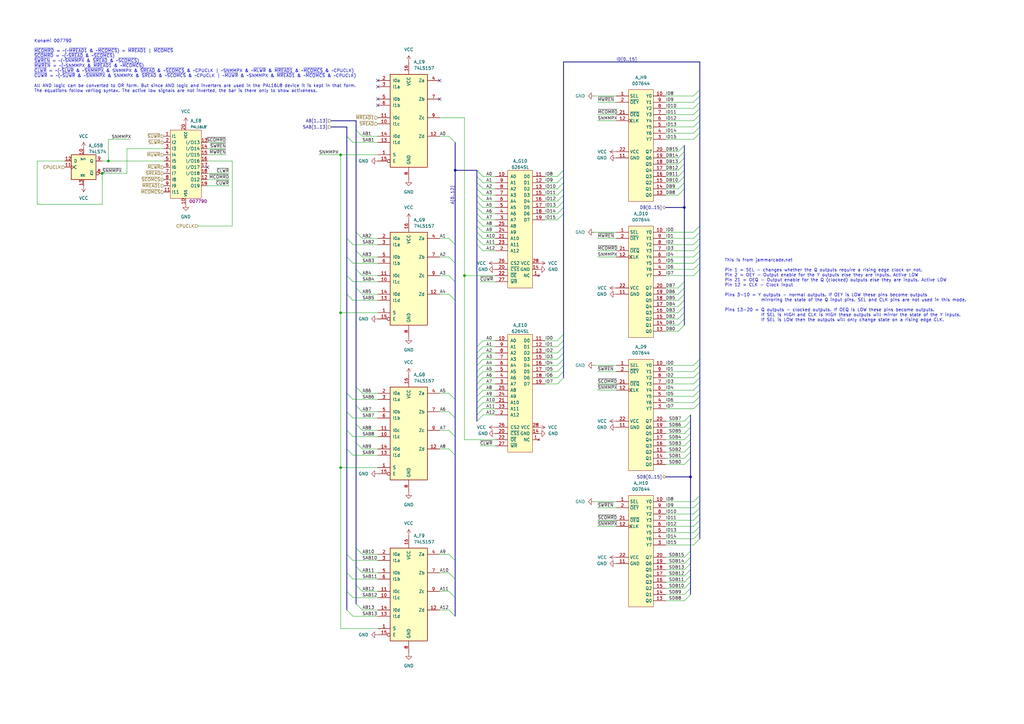
<source format=kicad_sch>
(kicad_sch (version 20231120) (generator "eeschema") (generator_version "8.0")
  (paper "A3")
  (title_block (title "Twin 16") (date "2024-09-08") (company "Konami GX687 / GX785") (comment 1 "Ulf Skutnabba, twitter: @skutis77"))
  (junction (at 139.7 128.27))
  (junction (at 280.67 85.09))
  (junction (at 139.7 63.5))
  (junction (at 283.21 195.58))
  (junction (at 41.91 71.12))
  (junction (at 139.7 191.77))
  (junction (at 44.45 66.04))
  (junction (at 186.69 69.85))
  (junction (at 190.5 113.03))
  (no_connect (at 85.09 68.58))
  (no_connect (at 180.34 33.02))
  (no_connect (at 180.34 40.64))
  (no_connect (at 154.94 33.02))
  (no_connect (at 154.94 43.18))
  (no_connect (at 154.94 40.64))
  (no_connect (at 154.94 35.56))
  (bus_entry (at 228.6 87.63) (size 2.54 -2.54))
  (bus_entry (at 284.48 46.99) (size 2.54 -2.54))
  (bus_entry (at 195.58 160.02) (size 2.54 -2.54))
  (bus_entry (at 184.15 250.19) (size 2.54 2.54))
  (bus_entry (at 195.58 87.63) (size 2.54 2.54))
  (bus_entry (at 278.13 123.19) (size 2.54 -2.54))
  (bus_entry (at 184.15 161.29) (size 2.54 2.54))
  (bus_entry (at 195.58 162.56) (size 2.54 -2.54))
  (bus_entry (at 284.48 152.4) (size 2.54 -2.54))
  (bus_entry (at 284.48 39.37) (size 2.54 -2.54))
  (bus_entry (at 195.58 92.71) (size 2.54 2.54))
  (bus_entry (at 280.67 175.26) (size 2.54 -2.54))
  (bus_entry (at 146.05 158.75) (size 2.54 2.54))
  (bus_entry (at 184.15 120.65) (size 2.54 2.54))
  (bus_entry (at 195.58 95.25) (size 2.54 2.54))
  (bus_entry (at 280.67 231.14) (size 2.54 -2.54))
  (bus_entry (at 142.24 184.15) (size 2.54 2.54))
  (bus_entry (at 228.6 154.94) (size 2.54 -2.54))
  (bus_entry (at 278.13 135.89) (size 2.54 -2.54))
  (bus_entry (at 280.67 228.6) (size 2.54 -2.54))
  (bus_entry (at 195.58 152.4) (size 2.54 -2.54))
  (bus_entry (at 284.48 52.07) (size 2.54 -2.54))
  (bus_entry (at 284.48 218.44) (size 2.54 -2.54))
  (bus_entry (at 184.15 168.91) (size 2.54 2.54))
  (bus_entry (at 280.67 185.42) (size 2.54 -2.54))
  (bus_entry (at 228.6 149.86) (size 2.54 -2.54))
  (bus_entry (at 280.67 236.22) (size 2.54 -2.54))
  (bus_entry (at 184.15 55.88) (size 2.54 2.54))
  (bus_entry (at 142.24 227.33) (size 2.54 2.54))
  (bus_entry (at 146.05 232.41) (size 2.54 2.54))
  (bus_entry (at 284.48 223.52) (size 2.54 -2.54))
  (bus_entry (at 284.48 113.03) (size 2.54 -2.54))
  (bus_entry (at 284.48 210.82) (size 2.54 -2.54))
  (bus_entry (at 284.48 162.56) (size 2.54 -2.54))
  (bus_entry (at 195.58 157.48) (size 2.54 -2.54))
  (bus_entry (at 280.67 233.68) (size 2.54 -2.54))
  (bus_entry (at 195.58 74.93) (size 2.54 2.54))
  (bus_entry (at 228.6 157.48) (size 2.54 -2.54))
  (bus_entry (at 184.15 227.33) (size 2.54 2.54))
  (bus_entry (at 195.58 80.01) (size 2.54 2.54))
  (bus_entry (at 278.13 64.77) (size 2.54 -2.54))
  (bus_entry (at 280.67 243.84) (size 2.54 -2.54))
  (bus_entry (at 195.58 90.17) (size 2.54 2.54))
  (bus_entry (at 278.13 62.23) (size 2.54 -2.54))
  (bus_entry (at 280.67 182.88) (size 2.54 -2.54))
  (bus_entry (at 184.15 184.15) (size 2.54 2.54))
  (bus_entry (at 284.48 97.79) (size 2.54 -2.54))
  (bus_entry (at 142.24 176.53) (size 2.54 2.54))
  (bus_entry (at 284.48 95.25) (size 2.54 -2.54))
  (bus_entry (at 195.58 154.94) (size 2.54 -2.54))
  (bus_entry (at 284.48 44.45) (size 2.54 -2.54))
  (bus_entry (at 278.13 77.47) (size 2.54 -2.54))
  (bus_entry (at 146.05 118.11) (size 2.54 2.54))
  (bus_entry (at 278.13 69.85) (size 2.54 -2.54))
  (bus_entry (at 284.48 107.95) (size 2.54 -2.54))
  (bus_entry (at 280.67 180.34) (size 2.54 -2.54))
  (bus_entry (at 142.24 234.95) (size 2.54 2.54))
  (bus_entry (at 284.48 160.02) (size 2.54 -2.54))
  (bus_entry (at 184.15 242.57) (size 2.54 2.54))
  (bus_entry (at 284.48 167.64) (size 2.54 -2.54))
  (bus_entry (at 228.6 80.01) (size 2.54 -2.54))
  (bus_entry (at 284.48 57.15) (size 2.54 -2.54))
  (bus_entry (at 195.58 147.32) (size 2.54 -2.54))
  (bus_entry (at 278.13 130.81) (size 2.54 -2.54))
  (bus_entry (at 184.15 113.03) (size 2.54 2.54))
  (bus_entry (at 284.48 54.61) (size 2.54 -2.54))
  (bus_entry (at 195.58 170.18) (size 2.54 -2.54))
  (bus_entry (at 284.48 41.91) (size 2.54 -2.54))
  (bus_entry (at 142.24 161.29) (size 2.54 2.54))
  (bus_entry (at 228.6 144.78) (size 2.54 -2.54))
  (bus_entry (at 146.05 95.25) (size 2.54 2.54))
  (bus_entry (at 146.05 240.03) (size 2.54 2.54))
  (bus_entry (at 284.48 110.49) (size 2.54 -2.54))
  (bus_entry (at 195.58 172.72) (size 2.54 -2.54))
  (bus_entry (at 280.67 177.8) (size 2.54 -2.54))
  (bus_entry (at 280.67 190.5) (size 2.54 -2.54))
  (bus_entry (at 184.15 105.41) (size 2.54 2.54))
  (bus_entry (at 228.6 139.7) (size 2.54 -2.54))
  (bus_entry (at 228.6 74.93) (size 2.54 -2.54))
  (bus_entry (at 146.05 173.99) (size 2.54 2.54))
  (bus_entry (at 284.48 149.86) (size 2.54 -2.54))
  (bus_entry (at 284.48 157.48) (size 2.54 -2.54))
  (bus_entry (at 146.05 224.79) (size 2.54 2.54))
  (bus_entry (at 284.48 105.41) (size 2.54 -2.54))
  (bus_entry (at 284.48 205.74) (size 2.54 -2.54))
  (bus_entry (at 284.48 102.87) (size 2.54 -2.54))
  (bus_entry (at 184.15 176.53) (size 2.54 2.54))
  (bus_entry (at 142.24 55.88) (size 2.54 2.54))
  (bus_entry (at 146.05 53.34) (size 2.54 2.54))
  (bus_entry (at 228.6 77.47) (size 2.54 -2.54))
  (bus_entry (at 278.13 120.65) (size 2.54 -2.54))
  (bus_entry (at 228.6 147.32) (size 2.54 -2.54))
  (bus_entry (at 278.13 80.01) (size 2.54 -2.54))
  (bus_entry (at 280.67 241.3) (size 2.54 -2.54))
  (bus_entry (at 280.67 246.38) (size 2.54 -2.54))
  (bus_entry (at 278.13 118.11) (size 2.54 -2.54))
  (bus_entry (at 228.6 142.24) (size 2.54 -2.54))
  (bus_entry (at 284.48 154.94) (size 2.54 -2.54))
  (bus_entry (at 228.6 82.55) (size 2.54 -2.54))
  (bus_entry (at 284.48 165.1) (size 2.54 -2.54))
  (bus_entry (at 184.15 97.79) (size 2.54 2.54))
  (bus_entry (at 142.24 97.79) (size 2.54 2.54))
  (bus_entry (at 280.67 238.76) (size 2.54 -2.54))
  (bus_entry (at 146.05 181.61) (size 2.54 2.54))
  (bus_entry (at 184.15 234.95) (size 2.54 2.54))
  (bus_entry (at 195.58 85.09) (size 2.54 2.54))
  (bus_entry (at 195.58 165.1) (size 2.54 -2.54))
  (bus_entry (at 195.58 72.39) (size 2.54 2.54))
  (bus_entry (at 278.13 125.73) (size 2.54 -2.54))
  (bus_entry (at 278.13 128.27) (size 2.54 -2.54))
  (bus_entry (at 142.24 242.57) (size 2.54 2.54))
  (bus_entry (at 284.48 208.28) (size 2.54 -2.54))
  (bus_entry (at 228.6 72.39) (size 2.54 -2.54))
  (bus_entry (at 278.13 72.39) (size 2.54 -2.54))
  (bus_entry (at 142.24 250.19) (size 2.54 2.54))
  (bus_entry (at 195.58 97.79) (size 2.54 2.54))
  (bus_entry (at 195.58 77.47) (size 2.54 2.54))
  (bus_entry (at 278.13 133.35) (size 2.54 -2.54))
  (bus_entry (at 195.58 149.86) (size 2.54 -2.54))
  (bus_entry (at 195.58 144.78) (size 2.54 -2.54))
  (bus_entry (at 195.58 142.24) (size 2.54 -2.54))
  (bus_entry (at 278.13 67.31) (size 2.54 -2.54))
  (bus_entry (at 228.6 90.17) (size 2.54 -2.54))
  (bus_entry (at 195.58 82.55) (size 2.54 2.54))
  (bus_entry (at 146.05 247.65) (size 2.54 2.54))
  (bus_entry (at 284.48 220.98) (size 2.54 -2.54))
  (bus_entry (at 195.58 100.33) (size 2.54 2.54))
  (bus_entry (at 228.6 152.4) (size 2.54 -2.54))
  (bus_entry (at 284.48 100.33) (size 2.54 -2.54))
  (bus_entry (at 146.05 102.87) (size 2.54 2.54))
  (bus_entry (at 142.24 113.03) (size 2.54 2.54))
  (bus_entry (at 142.24 120.65) (size 2.54 2.54))
  (bus_entry (at 278.13 74.93) (size 2.54 -2.54))
  (bus_entry (at 280.67 187.96) (size 2.54 -2.54))
  (bus_entry (at 195.58 167.64) (size 2.54 -2.54))
  (bus_entry (at 195.58 69.85) (size 2.54 2.54))
  (bus_entry (at 284.48 215.9) (size 2.54 -2.54))
  (bus_entry (at 146.05 110.49) (size 2.54 2.54))
  (bus_entry (at 284.48 49.53) (size 2.54 -2.54))
  (bus_entry (at 142.24 168.91) (size 2.54 2.54))
  (bus_entry (at 142.24 105.41) (size 2.54 2.54))
  (bus_entry (at 228.6 85.09) (size 2.54 -2.54))
  (bus_entry (at 284.48 213.36) (size 2.54 -2.54))
  (bus_entry (at 146.05 166.37) (size 2.54 2.54))
  (bus_entry (at 280.67 172.72) (size 2.54 -2.54))
  (wire (pts (xy 273.05 52.07) (xy 284.48 52.07)))
  (bus (pts (xy 280.67 77.47) (xy 280.67 85.09)))
  (bus (pts (xy 280.67 74.93) (xy 280.67 77.47)))
  (bus (pts (xy 146.05 181.61) (xy 146.05 224.79)))
  (wire (pts (xy 139.7 128.27) (xy 154.94 128.27)))
  (wire (pts (xy 273.05 187.96) (xy 280.67 187.96)))
  (wire (pts (xy 273.05 100.33) (xy 284.48 100.33)))
  (wire (pts (xy 180.34 168.91) (xy 184.15 168.91)))
  (bus (pts (xy 195.58 82.55) (xy 195.58 80.01)))
  (wire (pts (xy 273.05 215.9) (xy 284.48 215.9)))
  (wire (pts (xy 15.24 66.04) (xy 26.67 66.04)))
  (bus (pts (xy 287.02 46.99) (xy 287.02 49.53)))
  (wire (pts (xy 85.09 63.5) (xy 92.71 63.5)))
  (bus (pts (xy 273.05 85.09) (xy 280.67 85.09)))
  (wire (pts (xy 41.91 83.82) (xy 15.24 83.82)))
  (bus (pts (xy 195.58 152.4) (xy 195.58 149.86)))
  (bus (pts (xy 195.58 100.33) (xy 195.58 142.24)))
  (wire (pts (xy 273.05 175.26) (xy 280.67 175.26)))
  (wire (pts (xy 273.05 46.99) (xy 284.48 46.99)))
  (wire (pts (xy 245.11 157.48) (xy 252.73 157.48)))
  (wire (pts (xy 196.85 115.57) (xy 203.2 115.57)))
  (wire (pts (xy 223.52 142.24) (xy 228.6 142.24)))
  (wire (pts (xy 223.52 144.78) (xy 228.6 144.78)))
  (bus (pts (xy 195.58 147.32) (xy 195.58 144.78)))
  (bus (pts (xy 146.05 158.75) (xy 146.05 166.37)))
  (bus (pts (xy 287.02 203.2) (xy 287.02 205.74)))
  (wire (pts (xy 198.12 139.7) (xy 203.2 139.7)))
  (bus (pts (xy 280.67 85.09) (xy 280.67 115.57)))
  (wire (pts (xy 273.05 233.68) (xy 280.67 233.68)))
  (wire (pts (xy 273.05 162.56) (xy 284.48 162.56)))
  (wire (pts (xy 144.78 179.07) (xy 154.94 179.07)))
  (bus (pts (xy 146.05 110.49) (xy 146.05 118.11)))
  (wire (pts (xy 273.05 246.38) (xy 280.67 246.38)))
  (bus (pts (xy 283.21 238.76) (xy 283.21 241.3)))
  (wire (pts (xy 245.11 160.02) (xy 252.73 160.02)))
  (wire (pts (xy 273.05 241.3) (xy 280.67 241.3)))
  (wire (pts (xy 41.91 66.04) (xy 44.45 66.04)))
  (wire (pts (xy 273.05 74.93) (xy 278.13 74.93)))
  (wire (pts (xy 273.05 69.85) (xy 278.13 69.85)))
  (bus (pts (xy 186.69 115.57) (xy 186.69 123.19)))
  (bus (pts (xy 287.02 213.36) (xy 287.02 215.9)))
  (wire (pts (xy 198.12 74.93) (xy 203.2 74.93)))
  (wire (pts (xy 198.12 160.02) (xy 203.2 160.02)))
  (bus (pts (xy 280.67 72.39) (xy 280.67 74.93)))
  (bus (pts (xy 231.14 147.32) (xy 231.14 149.86)))
  (bus (pts (xy 186.69 123.19) (xy 186.69 163.83)))
  (wire (pts (xy 180.34 184.15) (xy 184.15 184.15)))
  (wire (pts (xy 273.05 110.49) (xy 284.48 110.49)))
  (bus (pts (xy 146.05 102.87) (xy 146.05 110.49)))
  (wire (pts (xy 198.12 154.94) (xy 203.2 154.94)))
  (wire (pts (xy 41.91 71.12) (xy 41.91 83.82)))
  (wire (pts (xy 148.59 184.15) (xy 154.94 184.15)))
  (bus (pts (xy 231.14 139.7) (xy 231.14 142.24)))
  (wire (pts (xy 144.78 229.87) (xy 154.94 229.87)))
  (wire (pts (xy 243.84 205.74) (xy 252.73 205.74)))
  (bus (pts (xy 195.58 69.85) (xy 186.69 69.85)))
  (wire (pts (xy 273.05 223.52) (xy 284.48 223.52)))
  (bus (pts (xy 195.58 72.39) (xy 195.58 69.85)))
  (bus (pts (xy 283.21 228.6) (xy 283.21 231.14)))
  (wire (pts (xy 180.34 176.53) (xy 184.15 176.53)))
  (bus (pts (xy 231.14 69.85) (xy 231.14 72.39)))
  (wire (pts (xy 44.45 57.15) (xy 53.34 57.15)))
  (wire (pts (xy 223.52 154.94) (xy 228.6 154.94)))
  (wire (pts (xy 245.11 41.91) (xy 252.73 41.91)))
  (bus (pts (xy 283.21 233.68) (xy 283.21 236.22)))
  (wire (pts (xy 148.59 105.41) (xy 154.94 105.41)))
  (bus (pts (xy 142.24 55.88) (xy 142.24 97.79)))
  (bus (pts (xy 283.21 231.14) (xy 283.21 233.68)))
  (bus (pts (xy 142.24 161.29) (xy 142.24 168.91)))
  (bus (pts (xy 142.24 234.95) (xy 142.24 242.57)))
  (bus (pts (xy 287.02 210.82) (xy 287.02 213.36)))
  (wire (pts (xy 273.05 210.82) (xy 284.48 210.82)))
  (bus (pts (xy 142.24 97.79) (xy 142.24 105.41)))
  (bus (pts (xy 142.24 184.15) (xy 142.24 227.33)))
  (bus (pts (xy 195.58 144.78) (xy 195.58 142.24)))
  (bus (pts (xy 231.14 77.47) (xy 231.14 80.01)))
  (bus (pts (xy 287.02 97.79) (xy 287.02 100.33)))
  (bus (pts (xy 186.69 100.33) (xy 186.69 107.95)))
  (bus (pts (xy 287.02 205.74) (xy 287.02 208.28)))
  (bus (pts (xy 146.05 240.03) (xy 146.05 247.65)))
  (wire (pts (xy 273.05 39.37) (xy 284.48 39.37)))
  (bus (pts (xy 283.21 175.26) (xy 283.21 177.8)))
  (wire (pts (xy 273.05 67.31) (xy 278.13 67.31)))
  (wire (pts (xy 223.52 147.32) (xy 228.6 147.32)))
  (bus (pts (xy 186.69 237.49) (xy 186.69 245.11)))
  (wire (pts (xy 273.05 105.41) (xy 284.48 105.41)))
  (wire (pts (xy 180.34 161.29) (xy 184.15 161.29)))
  (wire (pts (xy 148.59 161.29) (xy 154.94 161.29)))
  (wire (pts (xy 245.11 213.36) (xy 252.73 213.36)))
  (bus (pts (xy 142.24 176.53) (xy 142.24 184.15)))
  (wire (pts (xy 273.05 118.11) (xy 278.13 118.11)))
  (bus (pts (xy 195.58 77.47) (xy 195.58 74.93)))
  (wire (pts (xy 198.12 147.32) (xy 203.2 147.32)))
  (bus (pts (xy 287.02 92.71) (xy 287.02 95.25)))
  (wire (pts (xy 180.34 113.03) (xy 184.15 113.03)))
  (wire (pts (xy 144.78 252.73) (xy 154.94 252.73)))
  (wire (pts (xy 273.05 120.65) (xy 278.13 120.65)))
  (wire (pts (xy 273.05 243.84) (xy 280.67 243.84)))
  (wire (pts (xy 273.05 205.74) (xy 284.48 205.74)))
  (wire (pts (xy 198.12 95.25) (xy 203.2 95.25)))
  (bus (pts (xy 280.67 59.69) (xy 280.67 62.23)))
  (wire (pts (xy 245.11 102.87) (xy 252.73 102.87)))
  (bus (pts (xy 146.05 166.37) (xy 146.05 173.99)))
  (wire (pts (xy 273.05 220.98) (xy 284.48 220.98)))
  (wire (pts (xy 223.52 90.17) (xy 228.6 90.17)))
  (wire (pts (xy 148.59 97.79) (xy 154.94 97.79)))
  (bus (pts (xy 195.58 85.09) (xy 195.58 82.55)))
  (wire (pts (xy 144.78 123.19) (xy 154.94 123.19)))
  (wire (pts (xy 139.7 191.77) (xy 154.94 191.77)))
  (wire (pts (xy 273.05 44.45) (xy 284.48 44.45)))
  (wire (pts (xy 273.05 190.5) (xy 280.67 190.5)))
  (wire (pts (xy 198.12 90.17) (xy 203.2 90.17)))
  (bus (pts (xy 195.58 74.93) (xy 195.58 72.39)))
  (wire (pts (xy 148.59 250.19) (xy 154.94 250.19)))
  (wire (pts (xy 223.52 87.63) (xy 228.6 87.63)))
  (bus (pts (xy 231.14 72.39) (xy 231.14 74.93)))
  (wire (pts (xy 198.12 162.56) (xy 203.2 162.56)))
  (bus (pts (xy 195.58 162.56) (xy 195.58 160.02)))
  (wire (pts (xy 273.05 157.48) (xy 284.48 157.48)))
  (wire (pts (xy 44.45 66.04) (xy 44.45 57.15)))
  (wire (pts (xy 273.05 95.25) (xy 284.48 95.25)))
  (bus (pts (xy 195.58 160.02) (xy 195.58 157.48)))
  (bus (pts (xy 135.89 52.07) (xy 142.24 52.07)))
  (wire (pts (xy 180.34 120.65) (xy 184.15 120.65)))
  (bus (pts (xy 287.02 54.61) (xy 287.02 92.71)))
  (wire (pts (xy 223.52 74.93) (xy 228.6 74.93)))
  (wire (pts (xy 144.78 163.83) (xy 154.94 163.83)))
  (wire (pts (xy 198.12 170.18) (xy 203.2 170.18)))
  (wire (pts (xy 243.84 95.25) (xy 252.73 95.25)))
  (bus (pts (xy 287.02 154.94) (xy 287.02 157.48)))
  (bus (pts (xy 186.69 69.85) (xy 186.69 100.33)))
  (bus (pts (xy 195.58 80.01) (xy 195.58 77.47)))
  (bus (pts (xy 231.14 144.78) (xy 231.14 147.32)))
  (bus (pts (xy 280.67 64.77) (xy 280.67 67.31)))
  (wire (pts (xy 223.52 157.48) (xy 228.6 157.48)))
  (bus (pts (xy 287.02 44.45) (xy 287.02 46.99)))
  (wire (pts (xy 85.09 76.2) (xy 93.98 76.2)))
  (wire (pts (xy 198.12 72.39) (xy 203.2 72.39)))
  (wire (pts (xy 180.34 55.88) (xy 184.15 55.88)))
  (wire (pts (xy 198.12 142.24) (xy 203.2 142.24)))
  (wire (pts (xy 148.59 120.65) (xy 154.94 120.65)))
  (wire (pts (xy 273.05 123.19) (xy 278.13 123.19)))
  (wire (pts (xy 198.12 165.1) (xy 203.2 165.1)))
  (wire (pts (xy 273.05 54.61) (xy 284.48 54.61)))
  (wire (pts (xy 245.11 97.79) (xy 252.73 97.79)))
  (bus (pts (xy 186.69 229.87) (xy 186.69 237.49)))
  (bus (pts (xy 287.02 147.32) (xy 287.02 149.86)))
  (wire (pts (xy 85.09 71.12) (xy 93.98 71.12)))
  (wire (pts (xy 198.12 77.47) (xy 203.2 77.47)))
  (wire (pts (xy 273.05 152.4) (xy 284.48 152.4)))
  (bus (pts (xy 283.21 241.3) (xy 283.21 243.84)))
  (bus (pts (xy 287.02 152.4) (xy 287.02 154.94)))
  (bus (pts (xy 280.67 125.73) (xy 280.67 128.27)))
  (wire (pts (xy 139.7 191.77) (xy 139.7 128.27)))
  (wire (pts (xy 273.05 167.64) (xy 284.48 167.64)))
  (wire (pts (xy 273.05 128.27) (xy 278.13 128.27)))
  (bus (pts (xy 146.05 49.53) (xy 135.89 49.53)))
  (wire (pts (xy 273.05 238.76) (xy 280.67 238.76)))
  (bus (pts (xy 195.58 157.48) (xy 195.58 154.94)))
  (wire (pts (xy 273.05 135.89) (xy 278.13 135.89)))
  (bus (pts (xy 280.67 115.57) (xy 280.67 118.11)))
  (wire (pts (xy 85.09 60.96) (xy 92.71 60.96)))
  (bus (pts (xy 186.69 179.07) (xy 186.69 186.69)))
  (bus (pts (xy 231.14 25.4) (xy 287.02 25.4)))
  (wire (pts (xy 273.05 228.6) (xy 280.67 228.6)))
  (bus (pts (xy 195.58 154.94) (xy 195.58 152.4)))
  (bus (pts (xy 287.02 36.83) (xy 287.02 39.37)))
  (wire (pts (xy 85.09 66.04) (xy 95.25 66.04)))
  (wire (pts (xy 144.78 58.42) (xy 154.94 58.42)))
  (bus (pts (xy 273.05 195.58) (xy 283.21 195.58)))
  (wire (pts (xy 245.11 46.99) (xy 252.73 46.99)))
  (bus (pts (xy 280.67 67.31) (xy 280.67 69.85)))
  (bus (pts (xy 146.05 95.25) (xy 146.05 102.87)))
  (bus (pts (xy 283.21 226.06) (xy 283.21 228.6)))
  (bus (pts (xy 142.24 227.33) (xy 142.24 234.95)))
  (wire (pts (xy 144.78 245.11) (xy 154.94 245.11)))
  (bus (pts (xy 280.67 130.81) (xy 280.67 133.35)))
  (bus (pts (xy 283.21 172.72) (xy 283.21 175.26)))
  (bus (pts (xy 287.02 102.87) (xy 287.02 105.41)))
  (wire (pts (xy 223.52 82.55) (xy 228.6 82.55)))
  (wire (pts (xy 245.11 215.9) (xy 252.73 215.9)))
  (wire (pts (xy 273.05 208.28) (xy 284.48 208.28)))
  (wire (pts (xy 223.52 80.01) (xy 228.6 80.01)))
  (wire (pts (xy 273.05 72.39) (xy 278.13 72.39)))
  (bus (pts (xy 195.58 95.25) (xy 195.58 92.71)))
  (wire (pts (xy 273.05 160.02) (xy 284.48 160.02)))
  (wire (pts (xy 52.07 60.96) (xy 52.07 71.12)))
  (wire (pts (xy 148.59 176.53) (xy 154.94 176.53)))
  (wire (pts (xy 223.52 139.7) (xy 228.6 139.7)))
  (wire (pts (xy 85.09 58.42) (xy 92.71 58.42)))
  (wire (pts (xy 180.34 250.19) (xy 184.15 250.19)))
  (wire (pts (xy 273.05 57.15) (xy 284.48 57.15)))
  (bus (pts (xy 231.14 142.24) (xy 231.14 144.78)))
  (bus (pts (xy 287.02 208.28) (xy 287.02 210.82)))
  (bus (pts (xy 287.02 110.49) (xy 287.02 147.32)))
  (bus (pts (xy 146.05 224.79) (xy 146.05 232.41)))
  (wire (pts (xy 139.7 63.5) (xy 154.94 63.5)))
  (wire (pts (xy 198.12 80.01) (xy 203.2 80.01)))
  (bus (pts (xy 283.21 187.96) (xy 283.21 195.58)))
  (bus (pts (xy 287.02 95.25) (xy 287.02 97.79)))
  (wire (pts (xy 44.45 66.04) (xy 67.31 66.04)))
  (wire (pts (xy 144.78 107.95) (xy 154.94 107.95)))
  (wire (pts (xy 243.84 39.37) (xy 252.73 39.37)))
  (bus (pts (xy 287.02 215.9) (xy 287.02 218.44)))
  (bus (pts (xy 283.21 195.58) (xy 283.21 226.06)))
  (bus (pts (xy 142.24 168.91) (xy 142.24 176.53)))
  (bus (pts (xy 231.14 80.01) (xy 231.14 82.55)))
  (wire (pts (xy 190.5 48.26) (xy 190.5 113.03)))
  (bus (pts (xy 195.58 100.33) (xy 195.58 97.79)))
  (wire (pts (xy 198.12 87.63) (xy 203.2 87.63)))
  (wire (pts (xy 273.05 62.23) (xy 278.13 62.23)))
  (wire (pts (xy 243.84 149.86) (xy 252.73 149.86)))
  (wire (pts (xy 223.52 72.39) (xy 228.6 72.39)))
  (bus (pts (xy 142.24 120.65) (xy 142.24 161.29)))
  (wire (pts (xy 180.34 242.57) (xy 184.15 242.57)))
  (bus (pts (xy 280.67 118.11) (xy 280.67 120.65)))
  (bus (pts (xy 231.14 149.86) (xy 231.14 152.4)))
  (bus (pts (xy 287.02 100.33) (xy 287.02 102.87)))
  (bus (pts (xy 283.21 177.8) (xy 283.21 180.34)))
  (wire (pts (xy 139.7 63.5) (xy 139.7 128.27)))
  (bus (pts (xy 186.69 186.69) (xy 186.69 229.87)))
  (bus (pts (xy 287.02 165.1) (xy 287.02 203.2)))
  (wire (pts (xy 148.59 55.88) (xy 154.94 55.88)))
  (wire (pts (xy 190.5 180.34) (xy 203.2 180.34)))
  (bus (pts (xy 280.67 62.23) (xy 280.67 64.77)))
  (bus (pts (xy 287.02 41.91) (xy 287.02 44.45)))
  (wire (pts (xy 223.52 152.4) (xy 228.6 152.4)))
  (wire (pts (xy 148.59 234.95) (xy 154.94 234.95)))
  (bus (pts (xy 287.02 52.07) (xy 287.02 54.61)))
  (bus (pts (xy 195.58 167.64) (xy 195.58 165.1)))
  (bus (pts (xy 287.02 157.48) (xy 287.02 160.02)))
  (wire (pts (xy 273.05 64.77) (xy 278.13 64.77)))
  (wire (pts (xy 273.05 113.03) (xy 284.48 113.03)))
  (bus (pts (xy 146.05 232.41) (xy 146.05 240.03)))
  (wire (pts (xy 154.94 257.81) (xy 139.7 257.81)))
  (bus (pts (xy 280.67 123.19) (xy 280.67 125.73)))
  (wire (pts (xy 144.78 237.49) (xy 154.94 237.49)))
  (wire (pts (xy 198.12 100.33) (xy 203.2 100.33)))
  (wire (pts (xy 190.5 113.03) (xy 190.5 180.34)))
  (wire (pts (xy 203.2 113.03) (xy 190.5 113.03)))
  (wire (pts (xy 273.05 165.1) (xy 284.48 165.1)))
  (bus (pts (xy 283.21 236.22) (xy 283.21 238.76)))
  (wire (pts (xy 273.05 231.14) (xy 280.67 231.14)))
  (wire (pts (xy 273.05 130.81) (xy 278.13 130.81)))
  (bus (pts (xy 142.24 242.57) (xy 142.24 250.19)))
  (wire (pts (xy 273.05 236.22) (xy 280.67 236.22)))
  (bus (pts (xy 231.14 87.63) (xy 231.14 137.16)))
  (bus (pts (xy 146.05 53.34) (xy 146.05 49.53)))
  (wire (pts (xy 198.12 167.64) (xy 203.2 167.64)))
  (wire (pts (xy 223.52 85.09) (xy 228.6 85.09)))
  (wire (pts (xy 273.05 41.91) (xy 284.48 41.91)))
  (bus (pts (xy 231.14 82.55) (xy 231.14 85.09)))
  (wire (pts (xy 148.59 227.33) (xy 154.94 227.33)))
  (wire (pts (xy 223.52 77.47) (xy 228.6 77.47)))
  (bus (pts (xy 231.14 137.16) (xy 231.14 139.7)))
  (wire (pts (xy 52.07 60.96) (xy 67.31 60.96)))
  (wire (pts (xy 198.12 82.55) (xy 203.2 82.55)))
  (wire (pts (xy 130.81 63.5) (xy 139.7 63.5)))
  (wire (pts (xy 223.52 149.86) (xy 228.6 149.86)))
  (bus (pts (xy 186.69 171.45) (xy 186.69 179.07)))
  (wire (pts (xy 144.78 100.33) (xy 154.94 100.33)))
  (bus (pts (xy 283.21 180.34) (xy 283.21 182.88)))
  (bus (pts (xy 195.58 165.1) (xy 195.58 162.56)))
  (wire (pts (xy 245.11 208.28) (xy 252.73 208.28)))
  (bus (pts (xy 195.58 92.71) (xy 195.58 90.17)))
  (wire (pts (xy 273.05 97.79) (xy 284.48 97.79)))
  (bus (pts (xy 287.02 149.86) (xy 287.02 152.4)))
  (wire (pts (xy 180.34 105.41) (xy 184.15 105.41)))
  (wire (pts (xy 95.25 66.04) (xy 95.25 92.71)))
  (wire (pts (xy 198.12 152.4) (xy 203.2 152.4)))
  (wire (pts (xy 144.78 115.57) (xy 154.94 115.57)))
  (wire (pts (xy 273.05 77.47) (xy 278.13 77.47)))
  (wire (pts (xy 273.05 182.88) (xy 280.67 182.88)))
  (bus (pts (xy 287.02 107.95) (xy 287.02 110.49)))
  (wire (pts (xy 273.05 154.94) (xy 284.48 154.94)))
  (wire (pts (xy 198.12 97.79) (xy 203.2 97.79)))
  (wire (pts (xy 148.59 168.91) (xy 154.94 168.91)))
  (bus (pts (xy 195.58 87.63) (xy 195.58 85.09)))
  (wire (pts (xy 273.05 180.34) (xy 280.67 180.34)))
  (bus (pts (xy 146.05 53.34) (xy 146.05 95.25)))
  (bus (pts (xy 287.02 39.37) (xy 287.02 41.91)))
  (bus (pts (xy 195.58 170.18) (xy 195.58 172.72)))
  (wire (pts (xy 139.7 257.81) (xy 139.7 191.77)))
  (bus (pts (xy 186.69 58.42) (xy 186.69 69.85)))
  (wire (pts (xy 273.05 133.35) (xy 278.13 133.35)))
  (wire (pts (xy 245.11 152.4) (xy 252.73 152.4)))
  (wire (pts (xy 198.12 157.48) (xy 203.2 157.48)))
  (wire (pts (xy 198.12 102.87) (xy 203.2 102.87)))
  (wire (pts (xy 245.11 49.53) (xy 252.73 49.53)))
  (wire (pts (xy 273.05 149.86) (xy 284.48 149.86)))
  (wire (pts (xy 144.78 186.69) (xy 154.94 186.69)))
  (wire (pts (xy 273.05 218.44) (xy 284.48 218.44)))
  (bus (pts (xy 195.58 97.79) (xy 195.58 95.25)))
  (wire (pts (xy 198.12 92.71) (xy 203.2 92.71)))
  (wire (pts (xy 273.05 213.36) (xy 284.48 213.36)))
  (wire (pts (xy 273.05 125.73) (xy 278.13 125.73)))
  (wire (pts (xy 95.25 92.71) (xy 81.28 92.71)))
  (wire (pts (xy 180.34 48.26) (xy 190.5 48.26)))
  (wire (pts (xy 273.05 107.95) (xy 284.48 107.95)))
  (bus (pts (xy 287.02 160.02) (xy 287.02 162.56)))
  (wire (pts (xy 273.05 102.87) (xy 284.48 102.87)))
  (bus (pts (xy 280.67 128.27) (xy 280.67 130.81)))
  (bus (pts (xy 146.05 118.11) (xy 146.05 158.75)))
  (bus (pts (xy 146.05 173.99) (xy 146.05 181.61)))
  (bus (pts (xy 195.58 90.17) (xy 195.58 87.63)))
  (bus (pts (xy 142.24 105.41) (xy 142.24 113.03)))
  (bus (pts (xy 280.67 69.85) (xy 280.67 72.39)))
  (bus (pts (xy 287.02 162.56) (xy 287.02 165.1)))
  (bus (pts (xy 231.14 85.09) (xy 231.14 87.63)))
  (wire (pts (xy 15.24 83.82) (xy 15.24 66.04)))
  (wire (pts (xy 148.59 242.57) (xy 154.94 242.57)))
  (bus (pts (xy 186.69 107.95) (xy 186.69 115.57)))
  (wire (pts (xy 85.09 73.66) (xy 93.98 73.66)))
  (bus (pts (xy 231.14 25.4) (xy 231.14 69.85)))
  (bus (pts (xy 231.14 152.4) (xy 231.14 154.94)))
  (bus (pts (xy 142.24 52.07) (xy 142.24 55.88)))
  (wire (pts (xy 180.34 227.33) (xy 184.15 227.33)))
  (bus (pts (xy 283.21 185.42) (xy 283.21 187.96)))
  (bus (pts (xy 186.69 245.11) (xy 186.69 252.73)))
  (bus (pts (xy 142.24 113.03) (xy 142.24 120.65)))
  (wire (pts (xy 41.91 71.12) (xy 52.07 71.12)))
  (bus (pts (xy 287.02 218.44) (xy 287.02 220.98)))
  (bus (pts (xy 287.02 105.41) (xy 287.02 107.95)))
  (bus (pts (xy 283.21 182.88) (xy 283.21 185.42)))
  (wire (pts (xy 273.05 177.8) (xy 280.67 177.8)))
  (bus (pts (xy 287.02 25.4) (xy 287.02 36.83)))
  (bus (pts (xy 283.21 170.18) (xy 283.21 172.72)))
  (wire (pts (xy 198.12 149.86) (xy 203.2 149.86)))
  (bus (pts (xy 195.58 149.86) (xy 195.58 147.32)))
  (wire (pts (xy 148.59 113.03) (xy 154.94 113.03)))
  (wire (pts (xy 196.85 182.88) (xy 203.2 182.88)))
  (wire (pts (xy 198.12 85.09) (xy 203.2 85.09)))
  (wire (pts (xy 273.05 172.72) (xy 280.67 172.72)))
  (wire (pts (xy 180.34 234.95) (xy 184.15 234.95)))
  (wire (pts (xy 273.05 80.01) (xy 278.13 80.01)))
  (wire (pts (xy 273.05 49.53) (xy 284.48 49.53)))
  (wire (pts (xy 144.78 171.45) (xy 154.94 171.45)))
  (bus (pts (xy 287.02 49.53) (xy 287.02 52.07)))
  (bus (pts (xy 231.14 74.93) (xy 231.14 77.47)))
  (bus (pts (xy 195.58 167.64) (xy 195.58 170.18)))
  (wire (pts (xy 245.11 105.41) (xy 252.73 105.41)))
  (bus (pts (xy 186.69 163.83) (xy 186.69 171.45)))
  (bus (pts (xy 280.67 120.65) (xy 280.67 123.19)))
  (wire (pts (xy 180.34 97.79) (xy 184.15 97.79)))
  (wire (pts (xy 198.12 144.78) (xy 203.2 144.78)))
  (wire (pts (xy 273.05 185.42) (xy 280.67 185.42)))
  (text "Konami 007790\n\n~{MCOMRD} = ~(~~{MREAD1} & ~~{MCOMCS}) = ~{MREAD1} | ~{MCOMCS}  \n~{SCOMRD} = ~(~~{SREAD} & ~~{SCOMCS})\n~{SWREN} = ~(~~{SNMMPX} & ~{SREAD} & ~~{SCOMCS})\n~{MWREN} = ~(~SNMMPX & ~{MREAD1} & ~~{MCOMCS})\n~{CLWR} = ~(~~{SLWR} & ~~{SNMMPX} & SNMMPX & ~{SREAD} & ~~{SCOMCS} & ~CPUCLK | ~SNMMPX & ~~{MLWR} & ~{MREAD1} & ~~{MCOMCS} & ~CPUCLK)\n~{CUWR} = ~(~~{SUWR} & ~~{SNMMPX} & SNMMPX & ~{SREAD} & ~~{SCOMCS} & ~CPUCLK | ~~{MUWR} & ~SNMMPX & ~{MREAD1} & ~~{MCOMCS} & ~CPUCLK)\n\nAll AND logic can be converted to OR form. But since AND logic and inverters are used in the PAL16L8 device it is kept in that form.\nThe equations follow verilog syntax. The active low signals are not inverted, the bar is there only to show activeness." (at 13.97 38.1 0) (effects (font (size 1.27 1.27)) (justify left bottom)))
  (text "This is from jammarcade.net\n\nPin 1 = SEL - changes whether the Q outputs require a rising edge clock or not.\nPin 2 = OEY - Output enable for the Y outputs else they are inputs. Active LOW\nPin 21 = OEQ - Output enable for the Q (clocked) outputs else they are inputs. Active LOW\nPin 12 = CLK - Clock input\n\nPins 3-10 = Y outputs - normal outputs. If OEY is LOW these pins become outputs\n			mirroring the state of the Q input pins. SEL and CLK pins are not used in this mode.\n\nPins 13-20 = Q outputs - clocked outputs. If OEQ is LOW these pins become outputs.\n			If SEL is HIGH and CLK is HIGH these outputs will mirror the state of the Y inputs.\n			If SEL is LOW then the outputs will only change state on a rising edge CLK." (at 297.18 132.08 0) (effects (font (size 1.27 1.27)) (justify left bottom)))
  (label "A7" (at 199.39 157.48 0))
  (label "ID6" (at 273.05 165.1 0))
  (label "AB13" (at 148.59 250.19 0))
  (label "AB7" (at 148.59 168.91 0))
  (label "ID8" (at 223.52 72.39 0))
  (label "DB0" (at 273.05 135.89 0))
  (label "A1" (at 199.39 142.24 0))
  (label "ID9" (at 223.52 74.93 0))
  (label "A5" (at 199.39 85.09 0))
  (label "A11" (at 199.39 100.33 0))
  (label "SDB9" (at 274.32 243.84 0))
  (label "SAB3" (at 148.59 107.95 0))
  (label "ID11" (at 223.52 80.01 0))
  (label "DB8" (at 273.05 80.01 0))
  (label "SAB2" (at 148.59 100.33 0))
  (label "ID0" (at 223.52 139.7 0))
  (label "ID11" (at 273.05 213.36 0))
  (label "AB12" (at 148.59 242.57 0))
  (label "A10" (at 199.39 165.1 0))
  (label "A8" (at 180.34 184.15 0))
  (label "ID14" (at 273.05 54.61 0))
  (label "DB14" (at 273.05 64.77 0))
  (label "A1" (at 199.39 74.93 0))
  (label "ID14" (at 223.52 87.63 0))
  (label "~{CUWR}" (at 196.85 115.57 0))
  (label "DB4" (at 273.05 125.73 0))
  (label "ID12" (at 223.52 82.55 0))
  (label "~{CLWR}" (at 93.98 71.12 180))
  (label "A5" (at 199.39 152.4 0))
  (label "ID9" (at 273.05 41.91 0))
  (label "SAB6" (at 148.59 163.83 0))
  (label "A4" (at 180.34 120.65 0))
  (label "A0" (at 199.39 72.39 0))
  (label "AB11" (at 148.59 234.95 0))
  (label "DB13" (at 273.05 67.31 0))
  (label "~{MWREN}" (at 92.71 63.5 180))
  (label "A11" (at 180.34 242.57 0))
  (label "A12" (at 180.34 250.19 0))
  (label "SAB8" (at 148.59 179.07 0))
  (label "SAB9" (at 148.59 186.69 0))
  (label "SAB4" (at 148.59 115.57 0))
  (label "~{MCOMRD}" (at 245.11 46.99 0))
  (label "DB3" (at 273.05 128.27 0))
  (label "DB5" (at 273.05 123.19 0))
  (label "A9" (at 180.34 227.33 0))
  (label "ID5" (at 273.05 107.95 0))
  (label "SDB8" (at 274.32 246.38 0))
  (label "SNMMPX" (at 130.81 63.5 0))
  (label "ID4" (at 223.52 149.86 0))
  (label "SNMMPX" (at 45.72 57.15 0))
  (label "SDB0" (at 274.32 190.5 0))
  (label "A3" (at 199.39 147.32 0))
  (label "SDB6" (at 274.32 175.26 0))
  (label "ID11" (at 273.05 46.99 0))
  (label "A6" (at 180.34 168.91 0))
  (label "DB12" (at 273.05 69.85 0))
  (label "DB10" (at 273.05 74.93 0))
  (label "ID3" (at 273.05 157.48 0))
  (label "A12" (at 199.39 170.18 0))
  (label "SAB7" (at 148.59 171.45 0))
  (label "A10" (at 180.34 234.95 0))
  (label "DB7" (at 273.05 118.11 0))
  (label "~{CUWR}" (at 93.98 76.2 180))
  (label "A3" (at 199.39 80.01 0))
  (label "A6" (at 199.39 154.94 0))
  (label "A9" (at 199.39 95.25 0))
  (label "ID0" (at 273.05 149.86 0))
  (label "ID8" (at 273.05 205.74 0))
  (label "ID5" (at 273.05 162.56 0))
  (label "~{SWREN}" (at 245.11 208.28 0))
  (label "A0" (at 180.34 55.88 0))
  (label "~{SCOMRD}" (at 245.11 213.36 0))
  (label "SAB5" (at 148.59 123.19 0))
  (label "ID10" (at 223.52 77.47 0))
  (label "SAB11" (at 148.59 237.49 0))
  (label "AB1" (at 148.59 55.88 0))
  (label "ID10" (at 273.05 210.82 0))
  (label "ID12" (at 273.05 215.9 0))
  (label "ID9" (at 273.05 208.28 0))
  (label "AB10" (at 148.59 227.33 0))
  (label "A9" (at 199.39 162.56 0))
  (label "~{SCOMRD}" (at 92.71 58.42 180))
  (label "ID6" (at 223.52 154.94 0))
  (label "SDB7" (at 274.32 172.72 0))
  (label "A5" (at 180.34 161.29 0))
  (label "A[0..12]" (at 186.69 83.82 90))
  (label "SAB10" (at 148.59 229.87 0))
  (label "SDB2" (at 274.32 185.42 0))
  (label "ID15" (at 223.52 90.17 0))
  (label "ID13" (at 273.05 52.07 0))
  (label "DB1" (at 273.05 133.35 0))
  (label "DB11" (at 273.05 72.39 0))
  (label "~{SNMMPX}" (at 41.91 71.12 0))
  (label "~{MCOMRD}" (at 245.11 102.87 0))
  (label "A0" (at 199.39 139.7 0))
  (label "ID7" (at 223.52 157.48 0))
  (label "A4" (at 199.39 82.55 0))
  (label "ID7" (at 273.05 167.64 0))
  (label "ID6" (at 273.05 110.49 0))
  (label "ID13" (at 223.52 85.09 0))
  (label "~{MWREN}" (at 245.11 97.79 0))
  (label "SDB10" (at 274.32 241.3 0))
  (label "SDB15" (at 274.32 228.6 0))
  (label "ID7" (at 273.05 113.03 0))
  (label "SDB12" (at 274.32 236.22 0))
  (label "ID14" (at 273.05 220.98 0))
  (label "SDB5" (at 274.32 177.8 0))
  (label "~{SWREN}" (at 245.11 152.4 0))
  (label "ID3" (at 273.05 102.87 0))
  (label "A2" (at 199.39 144.78 0))
  (label "A2" (at 180.34 105.41 0))
  (label "~{SWREN}" (at 92.71 60.96 180))
  (label "A10" (at 199.39 97.79 0))
  (label "ID3" (at 223.52 147.32 0))
  (label "ID2" (at 223.52 144.78 0))
  (label "AB6" (at 148.59 161.29 0))
  (label "AB9" (at 148.59 184.15 0))
  (label "A11" (at 199.39 167.64 0))
  (label "ID[0..15]" (at 252.73 25.4 0))
  (label "AB3" (at 148.59 105.41 0))
  (label "A6" (at 199.39 87.63 0))
  (label "A12" (at 199.39 102.87 0))
  (label "A2" (at 199.39 77.47 0))
  (label "ID8" (at 273.05 39.37 0))
  (label "ID4" (at 273.05 160.02 0))
  (label "ID5" (at 223.52 152.4 0))
  (label "A7" (at 199.39 90.17 0))
  (label "A8" (at 199.39 92.71 0))
  (label "ID4" (at 273.05 105.41 0))
  (label "~{SCOMRD}" (at 245.11 157.48 0))
  (label "ID15" (at 273.05 223.52 0))
  (label "DB2" (at 273.05 130.81 0))
  (label "A7" (at 180.34 176.53 0))
  (label "ID10" (at 273.05 44.45 0))
  (label "SDB11" (at 274.32 238.76 0))
  (label "SDB3" (at 274.32 182.88 0))
  (label "SNMMPX" (at 245.11 49.53 0))
  (label "AB8" (at 148.59 176.53 0))
  (label "SAB1" (at 148.59 58.42 0))
  (label "ID15" (at 273.05 57.15 0))
  (label "SDB13" (at 274.32 233.68 0))
  (label "A4" (at 199.39 149.86 0))
  (label "ID2" (at 273.05 100.33 0))
  (label "AB5" (at 148.59 120.65 0))
  (label "DB15" (at 273.05 62.23 0))
  (label "SAB12" (at 148.59 245.11 0))
  (label "A3" (at 180.34 113.03 0))
  (label "SNMMPX" (at 245.11 105.41 0))
  (label "SDB4" (at 274.32 180.34 0))
  (label "ID1" (at 223.52 142.24 0))
  (label "A1" (at 180.34 97.79 0))
  (label "ID12" (at 273.05 49.53 0))
  (label "ID0" (at 273.05 95.25 0))
  (label "A8" (at 199.39 160.02 0))
  (label "SAB13" (at 148.59 252.73 0))
  (label "DB9" (at 273.05 77.47 0))
  (label "ID13" (at 273.05 218.44 0))
  (label "ID1" (at 273.05 152.4 0))
  (label "DB6" (at 273.05 120.65 0))
  (label "~{SNMMPX}" (at 245.11 215.9 0))
  (label "AB4" (at 148.59 113.03 0))
  (label "~{CLWR}" (at 196.85 182.88 0))
  (label "SDB14" (at 274.32 231.14 0))
  (label "ID1" (at 273.05 97.79 0))
  (label "~{MCOMRD}" (at 93.98 73.66 180))
  (label "SDB1" (at 274.32 187.96 0))
  (label "~{MWREN}" (at 245.11 41.91 0))
  (label "ID2" (at 273.05 154.94 0))
  (label "AB2" (at 148.59 97.79 0))
  (label "~{SNMMPX}" (at 245.11 160.02 0))
  (hierarchical_label "~{MREAD1}" (shape input) (at 154.94 48.26 180))
  (hierarchical_label "CPUCLK" (shape input) (at 26.67 68.58 180))
  (hierarchical_label "~{SREAD}" (shape input) (at 67.31 71.12 180))
  (hierarchical_label "CPUCLK" (shape input) (at 81.28 92.71 180))
  (hierarchical_label "AB[1..13]" (shape input) (at 135.89 49.53 180))
  (hierarchical_label "SDB[0..15]" (shape bidirectional) (at 273.05 195.58 180))
  (hierarchical_label "~{SCOMCS}" (shape input) (at 67.31 73.66 180))
  (hierarchical_label "~{MUWR}" (shape input) (at 67.31 63.5 180))
  (hierarchical_label "DB[0..15]" (shape bidirectional) (at 273.05 85.09 180))
  (hierarchical_label "~{SREAD}" (shape input) (at 154.94 50.8 180))
  (hierarchical_label "SAB[1..13]" (shape input) (at 135.89 52.07 180))
  (hierarchical_label "~{SUWR}" (shape input) (at 67.31 55.88 180))
  (hierarchical_label "~{SLWR}" (shape input) (at 67.31 58.42 180))
  (hierarchical_label "~{MREAD1}" (shape input) (at 67.31 76.2 180))
  (hierarchical_label "~{MLWR}" (shape input) (at 67.31 68.58 180))
  (hierarchical_label "~{MCOMCS}" (shape input) (at 67.31 78.74 180))
  (symbol (lib_id "power:GND") (at 203.2 110.49 270) (unit 1)
    (property "Reference" "#PWR064" (effects (hide yes)))
    (property "Value" "GND" (at 198.12 110.49 90))
  )
  (symbol (lib_id "texas_instruments:PAL16L8’") (at 76.2 67.31 0) (unit 1)
    (property "Reference" "A_E8" (at 78.0797 49.53 0) (effects (justify left)))
    (property "Value" "PAL16L8’" (at 78.0797 52.07 0) (effects (font (size 1.016 1.016)) (justify left)))
    (property "Datasheet" "https://www.ti.com/lit/ds/symlink/pal16r6am.pdf?ts=1668495731628&ref_url=https%253A%252F%252Fwww.google.com%252F" (effects (hide yes)))
    (property "Reference2" "007790" (at 81.28 82.55 0))
  )
  (symbol (lib_id "power:GND") (at 154.94 194.31 270) (unit 1)
    (property "Reference" "#PWR0196" (effects (hide yes)))
    (property "Value" "GND" (at 151.13 194.3099 90) (effects (justify right)))
  )
  (symbol (lib_id "power:VCC") (at 167.64 219.71 0) (unit 1)
    (property "Reference" "#PWR0197" (effects (hide yes)))
    (property "Value" "VCC" (at 167.64 214.63 0))
  )
  (symbol (lib_id "power:VCC") (at 167.64 25.4 0) (unit 1)
    (property "Reference" "#PWR0185" (effects (hide yes)))
    (property "Value" "VCC" (at 167.64 20.32 0))
  )
  (symbol (lib_id "power:GND") (at 220.98 110.49 90) (mirror x) (unit 1)
    (property "Reference" "#PWR062" (effects (hide yes)))
    (property "Value" "GND" (at 224.79 110.4899 90) (effects (justify right)))
  )
  (symbol (lib_id "power:GND") (at 167.64 73.66 0) (unit 1)
    (property "Reference" "#PWR0182" (effects (hide yes)))
    (property "Value" "GND" (at 167.64 78.74 0))
  )
  (symbol (lib_id "power:GND") (at 167.64 267.97 0) (unit 1)
    (property "Reference" "#PWR0210" (effects (hide yes)))
    (property "Value" "GND" (at 167.64 273.05 0))
  )
  (symbol (lib_id "power:GND") (at 167.64 138.43 0) (unit 1)
    (property "Reference" "#PWR0199" (effects (hide yes)))
    (property "Value" "GND" (at 167.64 143.51 0))
  )
  (symbol (lib_id "power:VCC") (at 220.98 107.95 270) (mirror x) (unit 1)
    (property "Reference" "#PWR061" (effects (hide yes)))
    (property "Value" "VCC" (at 224.79 107.9499 90) (effects (justify left)))
  )
  (symbol (lib_id "konami:007644") (at 262.89 226.06 0) (unit 1)
    (property "Reference" "A_H10" (at 262.89 198.12 0))
    (property "Value" "007644" (at 262.89 200.66 0))
  )
  (symbol (lib_id "jt_ram:SRAM8K8B") (at 213.36 93.98 0) (unit 1)
    (property "Reference" "A_G10" (at 213.36 66.04 0))
    (property "Value" "6264SL" (at 213.36 68.58 0))
    (property "Datasheet" "https://circuits-diy.com/wp-content/uploads/2021/10/6264P-12.pdf" (effects (hide yes)))
  )
  (symbol (lib_id "power:VCC") (at 34.29 76.2 180) (unit 1)
    (property "Reference" "#PWR0187" (effects (hide yes)))
    (property "Value" "VCC" (at 34.29 81.28 0))
  )
  (symbol (lib_id "power:GND") (at 252.73 120.65 270) (unit 1)
    (property "Reference" "#PWR0208" (effects (hide yes)))
    (property "Value" "GND" (at 248.92 120.6499 90) (effects (justify right)))
  )
  (symbol (lib_id "power:VCC") (at 167.64 90.17 0) (unit 1)
    (property "Reference" "#PWR0184" (effects (hide yes)))
    (property "Value" "VCC" (at 167.64 85.09 0))
  )
  (symbol (lib_id "power:GND") (at 76.2 83.82 0) (unit 1)
    (property "Reference" "#PWR0186" (effects (hide yes)))
    (property "Value" "GND" (at 76.2 88.9 0))
  )
  (symbol (lib_id "power:GND") (at 167.64 201.93 0) (unit 1)
    (property "Reference" "#PWR0198" (effects (hide yes)))
    (property "Value" "GND" (at 167.64 207.01 0))
  )
  (symbol (lib_id "power:GND") (at 154.94 130.81 270) (unit 1)
    (property "Reference" "#PWR0201" (effects (hide yes)))
    (property "Value" "GND" (at 151.13 130.8099 90) (effects (justify right)))
  )
  (symbol (lib_id "power:VCC") (at 76.2 50.8 0) (unit 1)
    (property "Reference" "#PWR0189" (effects (hide yes)))
    (property "Value" "VCC" (at 76.2 45.72 0))
  )
  (symbol (lib_id "power:VCC") (at 203.2 175.26 90) (unit 1)
    (property "Reference" "#PWR041" (effects (hide yes)))
    (property "Value" "VCC" (at 199.39 175.2599 90) (effects (justify left)))
  )
  (symbol (lib_id "jt_ram:SRAM8K8B") (at 213.36 161.29 0) (unit 1)
    (property "Reference" "A_E10" (at 213.36 133.35 0))
    (property "Value" "6264SL" (at 213.36 135.89 0))
    (property "Datasheet" "https://circuits-diy.com/wp-content/uploads/2021/10/6264P-12.pdf" (effects (hide yes)))
  )
  (symbol (lib_id "power:VCC") (at 252.73 228.6 90) (unit 1)
    (property "Reference" "#PWR0194" (effects (hide yes)))
    (property "Value" "VCC" (at 248.92 228.5999 90) (effects (justify left)))
  )
  (symbol (lib_id "konami:007644") (at 262.89 170.18 0) (unit 1)
    (property "Reference" "A_D9" (at 262.89 142.24 0))
    (property "Value" "007644" (at 262.89 144.78 0))
  )
  (symbol (lib_id "power:GND") (at 252.73 231.14 270) (unit 1)
    (property "Reference" "#PWR0193" (effects (hide yes)))
    (property "Value" "GND" (at 248.92 231.1399 90) (effects (justify right)))
  )
  (symbol (lib_id "power:GND") (at 154.94 260.35 270) (unit 1)
    (property "Reference" "#PWR0211" (effects (hide yes)))
    (property "Value" "GND" (at 151.13 260.3499 90) (effects (justify right)))
  )
  (symbol (lib_id "konami:007644") (at 262.89 59.69 0) (unit 1)
    (property "Reference" "A_H9" (at 262.89 31.75 0))
    (property "Value" "007644" (at 262.89 34.29 0))
  )
  (symbol (lib_id "power:VCC") (at 220.98 175.26 270) (mirror x) (unit 1)
    (property "Reference" "#PWR059" (effects (hide yes)))
    (property "Value" "VCC" (at 224.79 175.2599 90) (effects (justify left)))
  )
  (symbol (lib_id "power:GND") (at 252.73 64.77 270) (unit 1)
    (property "Reference" "#PWR0190" (effects (hide yes)))
    (property "Value" "GND" (at 248.92 64.7699 90) (effects (justify right)))
  )
  (symbol (lib_id "74xx:74LS157") (at 167.64 48.26 0) (unit 1)
    (property "Reference" "A_E9" (at 169.6594 25.4 0) (effects (justify left)))
    (property "Value" "74LS157" (at 169.6594 27.94 0) (effects (justify left)))
    (property "Datasheet" "http://www.ti.com/lit/gpn/sn74LS157" (effects (hide yes)))
  )
  (symbol (lib_id "power:GND") (at 220.98 177.8 90) (mirror x) (unit 1)
    (property "Reference" "#PWR060" (effects (hide yes)))
    (property "Value" "GND" (at 224.79 177.7999 90) (effects (justify right)))
  )
  (symbol (lib_id "konami:007644") (at 262.89 115.57 0) (unit 1)
    (property "Reference" "A_D10" (at 262.89 87.63 0))
    (property "Value" "007644" (at 262.89 90.17 0))
  )
  (symbol (lib_id "power:VCC") (at 252.73 62.23 90) (unit 1)
    (property "Reference" "#PWR0191" (effects (hide yes)))
    (property "Value" "VCC" (at 248.92 62.2299 90) (effects (justify left)))
  )
  (symbol (lib_id "power:VCC") (at 34.29 60.96 0) (unit 1)
    (property "Reference" "#PWR0188" (effects (hide yes)))
    (property "Value" "VCC" (at 34.29 55.88 0))
  )
  (symbol (lib_id "power:VCC") (at 252.73 118.11 90) (unit 1)
    (property "Reference" "#PWR0209" (effects (hide yes)))
    (property "Value" "VCC" (at 248.92 118.1099 90) (effects (justify left)))
  )
  (symbol (lib_id "power:GND") (at 203.2 177.8 270) (unit 1)
    (property "Reference" "#PWR036" (effects (hide yes)))
    (property "Value" "GND" (at 198.12 177.8 90))
  )
  (symbol (lib_id "power:VCC") (at 167.64 153.67 0) (unit 1)
    (property "Reference" "#PWR0200" (effects (hide yes)))
    (property "Value" "VCC" (at 167.64 148.59 0))
  )
  (symbol (lib_id "power:GND") (at 243.84 149.86 270) (unit 1)
    (property "Reference" "#PWR0207" (effects (hide yes)))
    (property "Value" "GND" (at 240.03 149.8599 90) (effects (justify right)))
  )
  (symbol (lib_id "power:GND") (at 154.94 66.04 270) (unit 1)
    (property "Reference" "#PWR0183" (effects (hide yes)))
    (property "Value" "GND" (at 151.13 66.0399 90) (effects (justify right)))
  )
  (symbol (lib_id "power:GND") (at 243.84 39.37 270) (unit 1)
    (property "Reference" "#PWR0192" (effects (hide yes)))
    (property "Value" "GND" (at 240.03 39.3699 90) (effects (justify right)))
  )
  (symbol (lib_id "power:GND") (at 252.73 175.26 270) (unit 1)
    (property "Reference" "#PWR0202" (effects (hide yes)))
    (property "Value" "GND" (at 248.92 175.2599 90) (effects (justify right)))
  )
  (symbol (lib_id "jt74:74LS74") (at 34.29 68.58 0) (unit 2)
    (property "Reference" "A_G5" (at 36.3094 59.69 0) (effects (justify left)))
    (property "Value" "74LS74" (at 36.3094 62.23 0) (effects (justify left)))
    (property "Datasheet" "74xx/74hc_hct74.pdf" (effects (hide yes)))
  )
  (symbol (lib_id "power:VCC") (at 203.2 107.95 90) (unit 1)
    (property "Reference" "#PWR063" (effects (hide yes)))
    (property "Value" "VCC" (at 199.39 107.9499 90) (effects (justify left)))
  )
  (symbol (lib_id "power:GND") (at 243.84 205.74 270) (unit 1)
    (property "Reference" "#PWR0195" (effects (hide yes)))
    (property "Value" "GND" (at 240.03 205.7399 90) (effects (justify right)))
  )
  (symbol (lib_id "74xx:74LS157") (at 167.64 242.57 0) (unit 1)
    (property "Reference" "A_F9" (at 169.6594 219.71 0) (effects (justify left)))
    (property "Value" "74LS157" (at 169.6594 222.25 0) (effects (justify left)))
    (property "Datasheet" "http://www.ti.com/lit/gpn/sn74LS157" (effects (hide yes)))
  )
  (symbol (lib_id "power:GND") (at 243.84 95.25 270) (unit 1)
    (property "Reference" "#PWR0181" (effects (hide yes)))
    (property "Value" "GND" (at 240.03 95.2499 90) (effects (justify right)))
  )
  (symbol (lib_id "74xx:74LS157") (at 167.64 113.03 0) (unit 1)
    (property "Reference" "A_G9" (at 169.6594 90.17 0) (effects (justify left)))
    (property "Value" "74LS157" (at 169.6594 92.71 0) (effects (justify left)))
    (property "Datasheet" "http://www.ti.com/lit/gpn/sn74LS157" (effects (hide yes)))
  )
  (symbol (lib_id "74xx:74LS157") (at 167.64 176.53 0) (unit 1)
    (property "Reference" "A_G8" (at 169.6594 153.67 0) (effects (justify left)))
    (property "Value" "74LS157" (at 169.6594 156.21 0) (effects (justify left)))
    (property "Datasheet" "http://www.ti.com/lit/gpn/sn74LS157" (effects (hide yes)))
  )
  (symbol (lib_id "power:VCC") (at 252.73 172.72 90) (unit 1)
    (property "Reference" "#PWR0203" (effects (hide yes)))
    (property "Value" "VCC" (at 248.92 172.7199 90) (effects (justify left)))
  )
)
</source>
